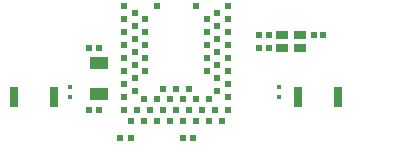
<source format=gtp>
G04*
G04 #@! TF.GenerationSoftware,Altium Limited,Altium Designer,21.6.4 (81)*
G04*
G04 Layer_Color=8421504*
%FSLAX44Y44*%
%MOMM*%
G71*
G04*
G04 #@! TF.SameCoordinates,A75552D8-FC29-4B95-B53C-3B512D9A6700*
G04*
G04*
G04 #@! TF.FilePolarity,Positive*
G04*
G01*
G75*
%ADD14R,0.4900X0.4900*%
%ADD15C,0.0100*%
%ADD16R,0.6200X0.6200*%
%ADD17R,1.0000X0.8000*%
%ADD18R,1.5500X1.0000*%
%ADD19R,0.8000X1.7000*%
%ADD20R,0.5200X0.5500*%
%ADD21R,0.3500X0.3600*%
D14*
X235000Y167000D02*
D03*
Y156000D02*
D03*
Y145000D02*
D03*
Y134000D02*
D03*
Y123000D02*
D03*
Y112000D02*
D03*
Y101000D02*
D03*
X244000Y172500D02*
D03*
Y161500D02*
D03*
Y150500D02*
D03*
Y139500D02*
D03*
Y128500D02*
D03*
Y117500D02*
D03*
Y106500D02*
D03*
Y95500D02*
D03*
X227500Y93500D02*
D03*
X216500D02*
D03*
X205500D02*
D03*
X194500D02*
D03*
X183500D02*
D03*
X172500D02*
D03*
X244000Y84500D02*
D03*
X233000D02*
D03*
X222000D02*
D03*
X211000D02*
D03*
X200000D02*
D03*
X189000D02*
D03*
X178000D02*
D03*
X167000D02*
D03*
X156000D02*
D03*
Y172500D02*
D03*
X165000Y167000D02*
D03*
X156000Y161500D02*
D03*
Y150500D02*
D03*
Y139500D02*
D03*
Y128500D02*
D03*
Y117500D02*
D03*
Y106500D02*
D03*
Y95500D02*
D03*
X165000Y156000D02*
D03*
Y145000D02*
D03*
Y134000D02*
D03*
Y123000D02*
D03*
Y112000D02*
D03*
Y101000D02*
D03*
X216500Y172500D02*
D03*
X183500D02*
D03*
X174000Y161500D02*
D03*
Y150500D02*
D03*
Y139500D02*
D03*
Y128500D02*
D03*
Y117500D02*
D03*
X189000Y102500D02*
D03*
X200000D02*
D03*
X211000D02*
D03*
X226000Y117500D02*
D03*
Y128500D02*
D03*
Y139500D02*
D03*
Y150500D02*
D03*
Y161500D02*
D03*
X161500Y75500D02*
D03*
X172500D02*
D03*
X183500D02*
D03*
X194500D02*
D03*
X205500D02*
D03*
X216500D02*
D03*
X227500D02*
D03*
X238500D02*
D03*
D15*
X381250Y77250D02*
D03*
X368550D02*
D03*
X381250Y89950D02*
D03*
X368550D02*
D03*
X381250Y102650D02*
D03*
X368550D02*
D03*
D16*
X214500Y61000D02*
D03*
X205500D02*
D03*
X152750D02*
D03*
X161750D02*
D03*
X126000Y84750D02*
D03*
X135000D02*
D03*
X126000Y137000D02*
D03*
X135000D02*
D03*
D17*
X305000Y148000D02*
D03*
X290000D02*
D03*
Y137000D02*
D03*
X305000D02*
D03*
D18*
X135000Y98000D02*
D03*
Y124000D02*
D03*
D19*
X303000Y95500D02*
D03*
X337000D02*
D03*
X97000D02*
D03*
X63000D02*
D03*
D20*
X278500Y148000D02*
D03*
X270500D02*
D03*
X278500Y137000D02*
D03*
X270500D02*
D03*
X316500Y148000D02*
D03*
X324500D02*
D03*
D21*
X287250Y103950D02*
D03*
Y95550D02*
D03*
X110500Y103950D02*
D03*
Y95550D02*
D03*
M02*

</source>
